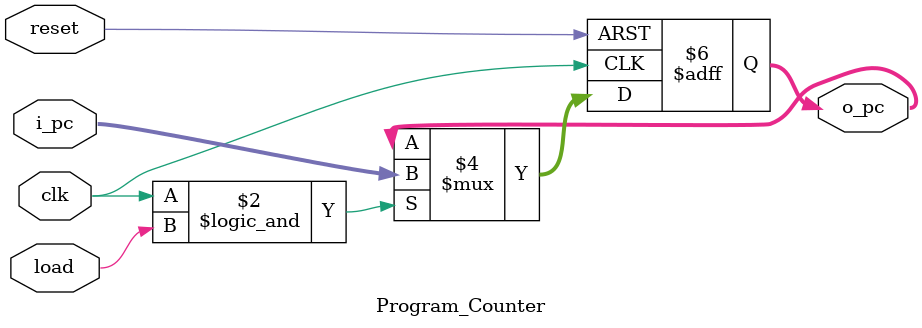
<source format=v>
`timescale 1ns / 1ps


module Program_Counter (clk, reset,load, i_pc, o_pc);

    input clk;
    
    input reset;
    
    input load; //Load signal
    
    input [31:0] i_pc; //Input data for the PC
    
    output reg [31:0] o_pc; 

    always @(posedge clk, posedge reset) //Asynchronous reset
    
     begin
     
        if (reset) 
            o_pc <= 32'b0; //Reset the PC to zero

        else if (clk && load) 
            o_pc <= i_pc; //Load the Output PC with the Input PC

        else 
            o_pc <= o_pc; //No change
            
    end

endmodule

</source>
